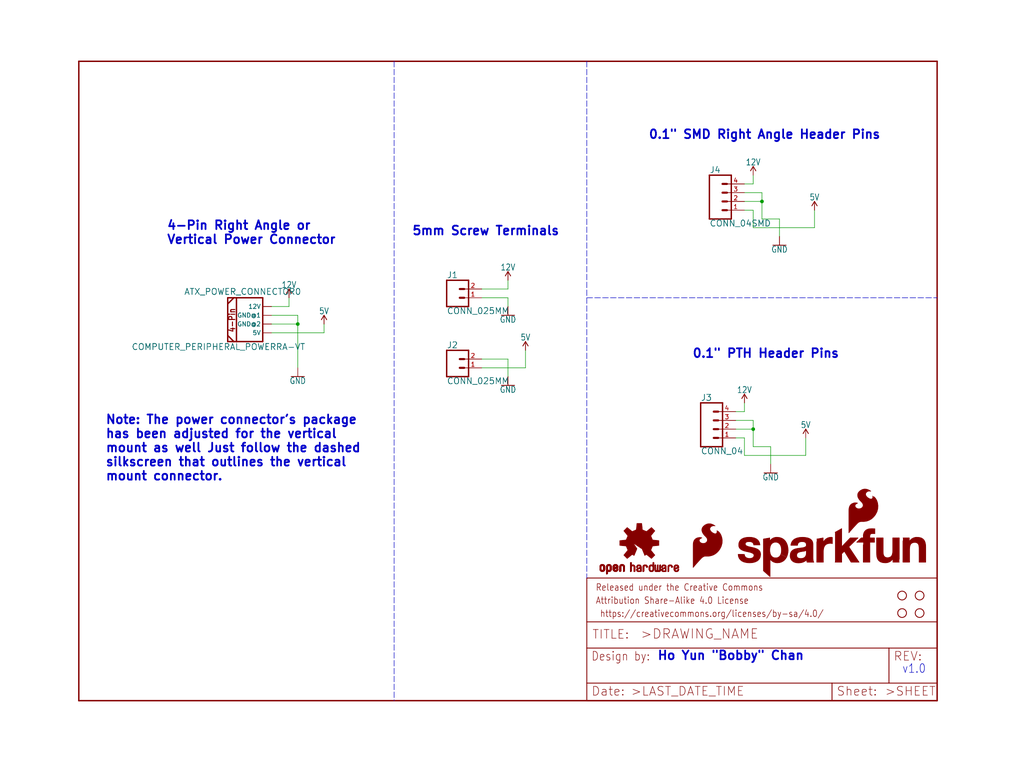
<source format=kicad_sch>
(kicad_sch (version 20211123) (generator eeschema)
  (paper "User" 297.002 223.926)
  (lib_symbols
    (symbol "eagleSchem-eagle-import:12V" (power)
      (property "Value" "12V" (at 0 2.794 0))
      (symbol "12V_1_0"
        (pin power_in line (at 0 0 90) (length 2.54) (name "12V") (number "1"))
      )
    )
    (symbol "eagleSchem-eagle-import:5V" (power)
      (property "Value" "5V" (at 0 2.794 0))
      (symbol "5V_1_0"
        (pin power_in line (at 0 0 90) (length 2.54) (name "5V") (number "1"))
      )
    )
    (symbol "eagleSchem-eagle-import:COMPUTER_PERIPHERAL_POWERRA-VT"
      (property "Reference" "J" (at -5.08 5.842 0))
      (property "Value" "COMPUTER_PERIPHERAL_POWERRA-VT" (at -5.08 -10.16 0))
      (symbol "COMPUTER_PERIPHERAL_POWERRA-VT_1_0"
        (text "4-Pin" (at -2.794 -5.08 900) (effects (font (size 1.778 1.5113) (thickness 0.3023) bold) (justify left bottom)))
        (pin passive line (at 7.62 2.54 180) (length 2.54) (name "12V") (number "12V"))
        (pin passive line (at 7.62 -5.08 180) (length 2.54) (name "5V") (number "5V"))
        (pin passive line (at 7.62 -2.54 180) (length 2.54) (name "GND@2") (number "GND@1"))
        (pin passive line (at 7.62 0 180) (length 2.54) (name "GND@1") (number "GND@2"))
      )
    )
    (symbol "eagleSchem-eagle-import:CONN_025MM"
      (property "Reference" "J" (at -2.54 5.588 0))
      (property "Value" "CONN_025MM" (at -2.54 -4.826 0))
      (symbol "CONN_025MM_1_0"
        (pin passive line (at 7.62 0 180) (length 5.08) (name "1") (number "1"))
        (pin passive line (at 7.62 2.54 180) (length 5.08) (name "2") (number "2"))
      )
    )
    (symbol "eagleSchem-eagle-import:CONN_04"
      (property "Reference" "J" (at -5.08 8.128 0))
      (property "Value" "CONN_04" (at -5.08 -7.366 0))
      (symbol "CONN_04_1_0"
        (pin passive line (at 5.08 -2.54 180) (length 5.08) (name "1") (number "1"))
        (pin passive line (at 5.08 0 180) (length 5.08) (name "2") (number "2"))
        (pin passive line (at 5.08 2.54 180) (length 5.08) (name "3") (number "3"))
        (pin passive line (at 5.08 5.08 180) (length 5.08) (name "4") (number "4"))
      )
    )
    (symbol "eagleSchem-eagle-import:CONN_04SMD"
      (property "Reference" "J" (at -5.08 8.128 0))
      (property "Value" "CONN_04SMD" (at -5.08 -7.366 0))
      (symbol "CONN_04SMD_1_0"
        (pin passive line (at 5.08 -2.54 180) (length 5.08) (name "1") (number "1"))
        (pin passive line (at 5.08 0 180) (length 5.08) (name "2") (number "2"))
        (pin passive line (at 5.08 2.54 180) (length 5.08) (name "3") (number "3"))
        (pin passive line (at 5.08 5.08 180) (length 5.08) (name "4") (number "4"))
      )
    )
    (symbol "eagleSchem-eagle-import:FRAME-LETTER"
      (symbol "FRAME-LETTER_2_0"
        (text " https://creativecommons.org/licenses/by-sa/4.0/" (at 2.54 24.13 0) (effects (font (size 1.9304 1.6408)) (justify left bottom)))
        (text ">DRAWING_NAME" (at 15.494 17.78 0) (effects (font (size 2.7432 2.7432)) (justify left bottom)))
        (text ">LAST_DATE_TIME" (at 12.7 1.27 0) (effects (font (size 2.54 2.54)) (justify left bottom)))
        (text ">SHEET" (at 86.36 1.27 0) (effects (font (size 2.54 2.54)) (justify left bottom)))
        (text "Attribution Share-Alike 4.0 License" (at 2.54 27.94 0) (effects (font (size 1.9304 1.6408)) (justify left bottom)))
        (text "Date:" (at 1.27 1.27 0) (effects (font (size 2.54 2.54)) (justify left bottom)))
        (text "Design by:" (at 1.27 11.43 0) (effects (font (size 2.54 2.159)) (justify left bottom)))
        (text "Released under the Creative Commons" (at 2.54 31.75 0) (effects (font (size 1.9304 1.6408)) (justify left bottom)))
        (text "REV:" (at 88.9 11.43 0) (effects (font (size 2.54 2.54)) (justify left bottom)))
        (text "Sheet:" (at 72.39 1.27 0) (effects (font (size 2.54 2.54)) (justify left bottom)))
        (text "TITLE:" (at 1.524 17.78 0) (effects (font (size 2.54 2.54)) (justify left bottom)))
      )
    )
    (symbol "eagleSchem-eagle-import:GND" (power)
      (property "Value" "GND" (at 0 -0.254 0))
      (symbol "GND_1_0"
        (pin power_in line (at 0 2.54 270) (length 2.54) (name "GND") (number "1"))
      )
    )
    (symbol "eagleSchem-eagle-import:OSHW-LOGOS")
    (symbol "eagleSchem-eagle-import:SFE_LOGO_FLAME.1_INCH")
    (symbol "eagleSchem-eagle-import:SFE_LOGO_NAME_FLAME.1_INCH")
    (symbol "eagleSchem-eagle-import:STAND-OFF")
  )
  (junction (at 86.36 93.98))
  (junction (at 220.98 58.42))
  (junction (at 218.44 124.46))
  (wire (pts (xy 147.32 104.14) (xy 147.32 109.22)))
  (wire (pts (xy 139.7 86.36) (xy 147.32 86.36)))
  (wire (pts (xy 223.52 129.54) (xy 223.52 134.62)))
  (wire (pts (xy 147.32 86.36) (xy 147.32 88.9)))
  (polyline (pts (xy 170.18 86.36) (xy 271.78 86.36)))
  (polyline (pts (xy 170.18 17.78) (xy 170.18 86.36)))
  (wire (pts (xy 215.9 55.88) (xy 220.98 55.88)))
  (wire (pts (xy 215.9 119.38) (xy 215.9 116.84)))
  (wire (pts (xy 213.36 127) (xy 215.9 127)))
  (wire (pts (xy 220.98 58.42) (xy 220.98 63.5)))
  (wire (pts (xy 86.36 93.98) (xy 86.36 106.68)))
  (wire (pts (xy 218.44 121.92) (xy 218.44 124.46)))
  (wire (pts (xy 233.68 132.08) (xy 233.68 127)))
  (wire (pts (xy 218.44 66.04) (xy 218.44 60.96)))
  (wire (pts (xy 139.7 104.14) (xy 147.32 104.14)))
  (wire (pts (xy 152.4 106.68) (xy 152.4 101.6)))
  (wire (pts (xy 86.36 91.44) (xy 78.74 91.44)))
  (wire (pts (xy 78.74 96.52) (xy 93.98 96.52)))
  (wire (pts (xy 215.9 127) (xy 215.9 132.08)))
  (polyline (pts (xy 114.3 17.78) (xy 114.3 203.2)))
  (wire (pts (xy 218.44 53.34) (xy 215.9 53.34)))
  (wire (pts (xy 215.9 132.08) (xy 233.68 132.08)))
  (wire (pts (xy 226.06 63.5) (xy 226.06 68.58)))
  (wire (pts (xy 78.74 93.98) (xy 86.36 93.98)))
  (wire (pts (xy 223.52 129.54) (xy 218.44 129.54)))
  (wire (pts (xy 147.32 83.82) (xy 147.32 81.28)))
  (wire (pts (xy 215.9 58.42) (xy 220.98 58.42)))
  (wire (pts (xy 213.36 124.46) (xy 218.44 124.46)))
  (wire (pts (xy 83.82 88.9) (xy 83.82 86.36)))
  (wire (pts (xy 213.36 121.92) (xy 218.44 121.92)))
  (wire (pts (xy 218.44 60.96) (xy 215.9 60.96)))
  (wire (pts (xy 213.36 119.38) (xy 215.9 119.38)))
  (wire (pts (xy 236.22 66.04) (xy 218.44 66.04)))
  (wire (pts (xy 236.22 60.96) (xy 236.22 66.04)))
  (wire (pts (xy 220.98 55.88) (xy 220.98 58.42)))
  (wire (pts (xy 139.7 106.68) (xy 152.4 106.68)))
  (wire (pts (xy 139.7 83.82) (xy 147.32 83.82)))
  (wire (pts (xy 86.36 91.44) (xy 86.36 93.98)))
  (wire (pts (xy 218.44 50.8) (xy 218.44 53.34)))
  (wire (pts (xy 218.44 124.46) (xy 218.44 129.54)))
  (wire (pts (xy 78.74 88.9) (xy 83.82 88.9)))
  (wire (pts (xy 93.98 96.52) (xy 93.98 93.98)))
  (wire (pts (xy 220.98 63.5) (xy 226.06 63.5)))
  (polyline (pts (xy 170.18 86.36) (xy 170.18 167.64)))
  (text "Note: The power connector's package\nhas been adjusted for the vertical\nmount as well~{} Just follow the dashed\nsilkscreen that outlines the vertical\nmount connector." (at 30.48 139.7 0) (effects (font (size 2.54 2.54) (thickness 0.508) bold) (justify left bottom)))
  (text "5mm Screw Terminals" (at 119.38 68.58 180) (effects (font (size 2.54 2.54) (thickness 0.508) bold) (justify left bottom)))
  (text "0.1\" SMD Right Angle Header Pins" (at 187.96 40.64 180) (effects (font (size 2.54 2.54) (thickness 0.508) bold) (justify left bottom)))
  (text "Ho Yun \"Bobby\" Chan" (at 190.5 191.77 180) (effects (font (size 2.54 2.54) (thickness 0.508) bold) (justify left bottom)))
  (text "4-Pin Right Angle or\nVertical Power Connector" (at 48.26 71.12 180) (effects (font (size 2.54 2.54) (thickness 0.508) bold) (justify left bottom)))
  (text "v1.0" (at 261.62 195.58 180) (effects (font (size 2.54 2.159)) (justify left bottom)))
  (text "0.1\" PTH Header Pins" (at 200.66 104.14 180) (effects (font (size 2.54 2.54) (thickness 0.508) bold) (justify left bottom)))
  (symbol (lib_id "eagleSchem-eagle-import:STAND-OFF") (at 266.7 177.8 0) (unit 1)
    (property "Reference" "H4" (effects hide))
    (property "Value" "STAND-OFF" (effects hide))
    (property "Footprint" "eagleSchem:STAND-OFF" (effects hide))
  )
  (symbol (lib_id "eagleSchem-eagle-import:12V") (at 147.32 81.28 0) (unit 1)
    (property "Reference" "#SUPPLY3" (effects hide))
    (property "Value" "12V" (at 147.32 78.486 0) (effects (font (size 1.778 1.5113)) (justify bottom)))
    (property "Footprint" "eagleSchem:" (effects hide))
  )
  (symbol (lib_id "eagleSchem-eagle-import:FRAME-LETTER") (at 22.86 203.2 0) (unit 1)
    (property "Reference" "FRAME1" (effects hide))
    (property "Value" "FRAME-LETTER" (effects hide))
    (property "Footprint" "eagleSchem:CREATIVE_COMMONS" (effects hide))
  )
  (symbol (lib_id "eagleSchem-eagle-import:12V") (at 215.9 116.84 0) (unit 1)
    (property "Reference" "#SUPPLY5" (effects hide))
    (property "Value" "12V" (at 215.9 114.046 0) (effects (font (size 1.778 1.5113)) (justify bottom)))
    (property "Footprint" "eagleSchem:" (effects hide))
  )
  (symbol (lib_id "eagleSchem-eagle-import:SFE_LOGO_FLAME.1_INCH") (at 200.66 165.1 0) (unit 1)
    (property "Reference" "LOGO3" (effects hide))
    (property "Value" "SFE_LOGO_FLAME.1_INCH" (effects hide))
    (property "Footprint" "eagleSchem:SFE_LOGO_FLAME_.1" (effects hide))
  )
  (symbol (lib_id "eagleSchem-eagle-import:STAND-OFF") (at 266.7 172.72 0) (unit 1)
    (property "Reference" "H3" (effects hide))
    (property "Value" "STAND-OFF" (effects hide))
    (property "Footprint" "eagleSchem:STAND-OFF" (effects hide))
  )
  (symbol (lib_id "eagleSchem-eagle-import:GND") (at 147.32 111.76 0) (unit 1)
    (property "Reference" "#GND3" (effects hide))
    (property "Value" "GND" (at 147.32 112.014 0) (effects (font (size 1.778 1.5113)) (justify top)))
    (property "Footprint" "eagleSchem:" (effects hide))
  )
  (symbol (lib_id "eagleSchem-eagle-import:5V") (at 93.98 93.98 0) (unit 1)
    (property "Reference" "#SUPPLY2" (effects hide))
    (property "Value" "5V" (at 93.98 91.186 0) (effects (font (size 1.778 1.5113)) (justify bottom)))
    (property "Footprint" "eagleSchem:" (effects hide))
  )
  (symbol (lib_id "eagleSchem-eagle-import:CONN_025MM") (at 132.08 86.36 0) (unit 1)
    (property "Reference" "J1" (at 129.54 80.772 0) (effects (font (size 1.778 1.778)) (justify left bottom)))
    (property "Value" "CONN_025MM" (at 129.54 91.186 0) (effects (font (size 1.778 1.778)) (justify left bottom)))
    (property "Footprint" "eagleSchem:SCREWTERMINAL-5MM-2" (effects hide))
  )
  (symbol (lib_id "eagleSchem-eagle-import:SFE_LOGO_NAME_FLAME.1_INCH") (at 213.36 167.64 0) (unit 1)
    (property "Reference" "LOGO2" (effects hide))
    (property "Value" "SFE_LOGO_NAME_FLAME.1_INCH" (effects hide))
    (property "Footprint" "eagleSchem:SFE_LOGO_NAME_FLAME_.1" (effects hide))
  )
  (symbol (lib_id "eagleSchem-eagle-import:COMPUTER_PERIPHERAL_POWERRA-VT") (at 71.12 91.44 0) (unit 1)
    (property "Reference" "ATX_POWER_CONNECTOR0" (at 53.34 85.598 0) (effects (font (size 1.778 1.778)) (justify left bottom)))
    (property "Value" "COMPUTER_PERIPHERAL_POWERRA-VT" (at 38.1 101.6 0) (effects (font (size 1.778 1.778)) (justify left bottom)))
    (property "Footprint" "eagleSchem:COMPUTER-PERIPHERAL-POWER-RA-VT" (effects hide))
  )
  (symbol (lib_id "eagleSchem-eagle-import:GND") (at 226.06 71.12 0) (unit 1)
    (property "Reference" "#GND4" (effects hide))
    (property "Value" "GND" (at 226.06 71.374 0) (effects (font (size 1.778 1.5113)) (justify top)))
    (property "Footprint" "eagleSchem:" (effects hide))
  )
  (symbol (lib_id "eagleSchem-eagle-import:CONN_025MM") (at 132.08 106.68 0) (unit 1)
    (property "Reference" "J2" (at 129.54 101.092 0) (effects (font (size 1.778 1.778)) (justify left bottom)))
    (property "Value" "CONN_025MM" (at 129.54 111.506 0) (effects (font (size 1.778 1.778)) (justify left bottom)))
    (property "Footprint" "eagleSchem:SCREWTERMINAL-5MM-2" (effects hide))
  )
  (symbol (lib_id "eagleSchem-eagle-import:5V") (at 152.4 101.6 0) (unit 1)
    (property "Reference" "#SUPPLY4" (effects hide))
    (property "Value" "5V" (at 152.4 98.806 0) (effects (font (size 1.778 1.5113)) (justify bottom)))
    (property "Footprint" "eagleSchem:" (effects hide))
  )
  (symbol (lib_id "eagleSchem-eagle-import:CONN_04SMD") (at 210.82 58.42 0) (unit 1)
    (property "Reference" "J4" (at 205.74 50.292 0) (effects (font (size 1.778 1.778)) (justify left bottom)))
    (property "Value" "CONN_04SMD" (at 205.74 65.786 0) (effects (font (size 1.778 1.778)) (justify left bottom)))
    (property "Footprint" "eagleSchem:1X04_SMD_RA_MALE" (effects hide))
  )
  (symbol (lib_id "eagleSchem-eagle-import:STAND-OFF") (at 261.62 177.8 0) (unit 1)
    (property "Reference" "H2" (effects hide))
    (property "Value" "STAND-OFF" (effects hide))
    (property "Footprint" "eagleSchem:STAND-OFF" (effects hide))
  )
  (symbol (lib_id "eagleSchem-eagle-import:STAND-OFF") (at 261.62 172.72 0) (unit 1)
    (property "Reference" "H1" (effects hide))
    (property "Value" "STAND-OFF" (effects hide))
    (property "Footprint" "eagleSchem:STAND-OFF" (effects hide))
  )
  (symbol (lib_id "eagleSchem-eagle-import:GND") (at 147.32 91.44 0) (unit 1)
    (property "Reference" "#GND5" (effects hide))
    (property "Value" "GND" (at 147.32 91.694 0) (effects (font (size 1.778 1.5113)) (justify top)))
    (property "Footprint" "eagleSchem:" (effects hide))
  )
  (symbol (lib_id "eagleSchem-eagle-import:CONN_04") (at 208.28 124.46 0) (unit 1)
    (property "Reference" "J3" (at 203.2 116.332 0) (effects (font (size 1.778 1.778)) (justify left bottom)))
    (property "Value" "CONN_04" (at 203.2 131.826 0) (effects (font (size 1.778 1.778)) (justify left bottom)))
    (property "Footprint" "eagleSchem:1X04" (effects hide))
  )
  (symbol (lib_id "eagleSchem-eagle-import:FRAME-LETTER") (at 170.18 203.2 0) (unit 2)
    (property "Reference" "FRAME1" (effects hide))
    (property "Value" "FRAME-LETTER" (effects hide))
    (property "Footprint" "eagleSchem:CREATIVE_COMMONS" (effects hide))
  )
  (symbol (lib_id "eagleSchem-eagle-import:12V") (at 218.44 50.8 0) (unit 1)
    (property "Reference" "#SUPPLY7" (effects hide))
    (property "Value" "12V" (at 218.44 48.006 0) (effects (font (size 1.778 1.5113)) (justify bottom)))
    (property "Footprint" "eagleSchem:" (effects hide))
  )
  (symbol (lib_id "eagleSchem-eagle-import:12V") (at 83.82 86.36 0) (unit 1)
    (property "Reference" "#SUPPLY1" (effects hide))
    (property "Value" "12V" (at 83.82 83.566 0) (effects (font (size 1.778 1.5113)) (justify bottom)))
    (property "Footprint" "eagleSchem:" (effects hide))
  )
  (symbol (lib_id "eagleSchem-eagle-import:GND") (at 223.52 137.16 0) (unit 1)
    (property "Reference" "#GND2" (effects hide))
    (property "Value" "GND" (at 223.52 137.414 0) (effects (font (size 1.778 1.5113)) (justify top)))
    (property "Footprint" "eagleSchem:" (effects hide))
  )
  (symbol (lib_id "eagleSchem-eagle-import:OSHW-LOGOS") (at 185.42 157.48 0) (unit 1)
    (property "Reference" "LOGO1" (effects hide))
    (property "Value" "OSHW-LOGOS" (effects hide))
    (property "Footprint" "eagleSchem:OSHW-LOGO-S" (effects hide))
  )
  (symbol (lib_id "eagleSchem-eagle-import:GND") (at 86.36 109.22 0) (unit 1)
    (property "Reference" "#GND1" (effects hide))
    (property "Value" "GND" (at 86.36 109.474 0) (effects (font (size 1.778 1.5113)) (justify top)))
    (property "Footprint" "eagleSchem:" (effects hide))
  )
  (symbol (lib_id "eagleSchem-eagle-import:5V") (at 236.22 60.96 0) (unit 1)
    (property "Reference" "#SUPPLY8" (effects hide))
    (property "Value" "5V" (at 236.22 58.166 0) (effects (font (size 1.778 1.5113)) (justify bottom)))
    (property "Footprint" "eagleSchem:" (effects hide))
  )
  (symbol (lib_id "eagleSchem-eagle-import:5V") (at 233.68 127 0) (unit 1)
    (property "Reference" "#SUPPLY6" (effects hide))
    (property "Value" "5V" (at 233.68 124.206 0) (effects (font (size 1.778 1.5113)) (justify bottom)))
    (property "Footprint" "eagleSchem:" (effects hide))
  )
)
</source>
